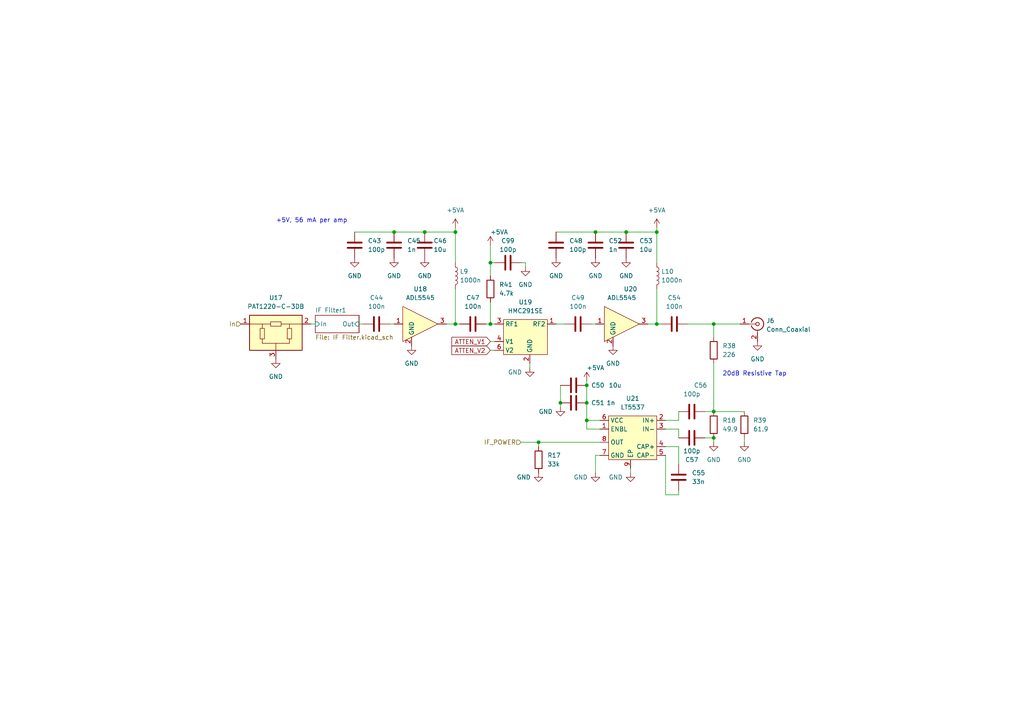
<source format=kicad_sch>
(kicad_sch (version 20211123) (generator eeschema)
  (paper "A4")
  (lib_symbols
    (symbol "Connector:Conn_Coaxial" (pin_names (offset 1.016) hide)
      (property "Reference" "J" (at 0.254 3.048 0))
      (property "Value" "Conn_Coaxial" (at 2.921 0 90))
      (symbol "Conn_Coaxial_0_1"
        (arc (start -1.778 -0.508) (mid 0.222 -1.808) (end 1.778 0) (stroke (width 0.254)))
        (polyline (pts (xy -2.54 0) (xy -0.508 0)))
        (polyline (pts (xy 0 -2.54) (xy 0 -1.778)))
        (circle (center 0 0) (radius 0.508) (stroke (width 0.2032)))
        (arc (start 1.778 0) (mid 0.222 1.8083) (end -1.778 0.508) (stroke (width 0.254)))
      )
      (symbol "Conn_Coaxial_1_1"
        (pin passive line (at -5.08 0 0) (length 2.54) (name "In") (number "1"))
        (pin passive line (at 0 -5.08 90) (length 2.54) (name "Ext") (number "2"))
      )
    )
    (symbol "Device:C" (pin_numbers hide) (pin_names (offset 0.254))
      (property "Reference" "C" (at 0.635 2.54 0))
      (property "Value" "C" (at 0.635 -2.54 0))
      (symbol "C_0_1"
        (polyline (pts (xy -2.032 -0.762) (xy 2.032 -0.762)) (stroke (width 0.508)))
        (polyline (pts (xy -2.032 0.762) (xy 2.032 0.762)) (stroke (width 0.508)))
      )
      (symbol "C_1_1"
        (pin passive line (at 0 3.81 270) (length 2.794) (name "~") (number "1"))
        (pin passive line (at 0 -3.81 90) (length 2.794) (name "~") (number "2"))
      )
    )
    (symbol "Device:L" (pin_numbers hide) (pin_names (offset 1.016) hide)
      (property "Reference" "L" (at -1.27 0 90))
      (property "Value" "L" (at 1.905 0 90))
      (symbol "L_0_1"
        (arc (start 0 -2.54) (mid 0.635 -1.905) (end 0 -1.27))
        (arc (start 0 -1.27) (mid 0.635 -0.635) (end 0 0))
        (arc (start 0 0) (mid 0.635 0.635) (end 0 1.27))
        (arc (start 0 1.27) (mid 0.635 1.905) (end 0 2.54))
      )
      (symbol "L_1_1"
        (pin passive line (at 0 3.81 270) (length 1.27) (name "1") (number "1"))
        (pin passive line (at 0 -3.81 90) (length 1.27) (name "2") (number "2"))
      )
    )
    (symbol "Device:R" (pin_numbers hide) (pin_names (offset 0))
      (property "Reference" "R" (at 2.032 0 90))
      (property "Value" "R" (at 0 0 90))
      (symbol "R_0_1"
        (rectangle (start -1.016 -2.54) (end 1.016 2.54) (stroke (width 0.254)))
      )
      (symbol "R_1_1"
        (pin passive line (at 0 3.81 270) (length 1.27) (name "~") (number "1"))
        (pin passive line (at 0 -3.81 90) (length 1.27) (name "~") (number "2"))
      )
    )
    (symbol "Project Library:ADL5545"
      (property "Reference" "U" (at 0 3.81 0))
      (property "Value" "ADL5545" (at 0 6.35 0))
      (symbol "ADL5545_0_1"
        (polyline (pts (xy -5.08 5.08) (xy -5.08 -5.08) (xy 5.08 0) (xy -5.08 5.08)) (fill (type background)))
      )
      (symbol "ADL5545_1_1"
        (pin input line (at -7.62 0 0) (length 2.54) (name "") (number "1"))
        (pin power_in line (at -2.54 -6.35 90) (length 2.54) (name "GND") (number "2"))
        (pin output line (at 7.62 0 180) (length 2.54) (name "") (number "3"))
      )
    )
    (symbol "Project Library:HMC201SE"
      (property "Reference" "U19" (at 0 10.16 0))
      (property "Value" "HMC291SE" (at 0 7.62 0))
      (symbol "HMC201SE_0_1"
        (rectangle (start -6.35 5.08) (end 6.35 -5.08) (fill (type background)))
      )
      (symbol "HMC201SE_1_1"
        (pin input line (at 8.89 3.81 180) (length 2.54) (name "RF2") (number "1"))
        (pin input line (at 1.27 -7.62 90) (length 2.54) (name "GND") (number "2"))
        (pin input line (at -8.89 3.81 0) (length 2.54) (name "RF1") (number "3"))
        (pin input line (at -8.89 -1.27 0) (length 2.54) (name "V1") (number "4"))
        (pin input line (at -8.89 -3.81 0) (length 2.54) (name "V2") (number "6"))
      )
    )
    (symbol "Project Library:LT5537"
      (property "Reference" "U" (at 0 7.62 0))
      (property "Value" "LT5537" (at 0 10.16 0))
      (symbol "LT5537_0_1"
        (rectangle (start -6.35 6.35) (end 7.62 -6.35) (fill (type background)))
      )
      (symbol "LT5537_1_1"
        (pin input line (at 10.16 2.54 180) (length 2.54) (name "ENBL") (number "1"))
        (pin input line (at -8.89 5.08 0) (length 2.54) (name "IN+") (number "2"))
        (pin input line (at -8.89 2.54 0) (length 2.54) (name "IN-") (number "3"))
        (pin input line (at -8.89 -2.54 0) (length 2.54) (name "CAP+") (number "4"))
        (pin input line (at -8.89 -5.08 0) (length 2.54) (name "CAP-") (number "5"))
        (pin power_in line (at 10.16 5.08 180) (length 2.54) (name "VCC") (number "6"))
        (pin power_in line (at 10.16 -5.08 180) (length 2.54) (name "GND") (number "7"))
        (pin output line (at 10.16 -1.27 180) (length 2.54) (name "OUT") (number "8"))
        (pin power_in line (at 1.27 -8.89 90) (length 2.54) (name "EP") (number "9"))
      )
    )
    (symbol "RF:PAT1220-C-3DB"
      (property "Reference" "U" (at -6.35 6.35 0))
      (property "Value" "PAT1220-C-3DB" (at 5.08 6.35 0))
      (symbol "PAT1220-C-3DB_0_1"
        (rectangle (start -7.62 5.08) (end 7.62 -5.08) (stroke (width 0.254)) (fill (type background)))
        (polyline (pts (xy -3.937 -3.048) (xy 3.937 -3.048)))
        (polyline (pts (xy -3.937 1.27) (xy -3.937 2.54)))
        (polyline (pts (xy -1.524 2.54) (xy -7.62 2.54)))
        (polyline (pts (xy 0 -5.08) (xy 0 -3.048)))
        (polyline (pts (xy 3.937 1.27) (xy 3.937 2.54)))
        (pin passive line (at 0 -7.62 90) (length 2.54) (name "~") (number "3"))
      )
      (symbol "PAT1220-C-3DB_1_1"
        (rectangle (start -4.572 -1.778) (end -3.302 1.27))
        (rectangle (start -1.524 3.175) (end 1.524 1.905))
        (polyline (pts (xy -3.937 -3.048) (xy -3.937 -1.778)))
        (polyline (pts (xy 3.937 -3.048) (xy 3.937 -1.778)))
        (polyline (pts (xy 7.62 2.54) (xy 1.524 2.54)))
        (rectangle (start 3.302 -1.778) (end 4.572 1.27))
        (pin passive line (at -10.16 2.54 0) (length 2.54) (name "~") (number "1"))
        (pin passive line (at 10.16 2.54 180) (length 2.54) (name "~") (number "2"))
      )
    )
    (symbol "power:+5VA" (power) (pin_names (offset 0))
      (property "Value" "+5VA" (at 0 3.556 0))
      (symbol "+5VA_0_1"
        (polyline (pts (xy -0.762 1.27) (xy 0 2.54)))
        (polyline (pts (xy 0 0) (xy 0 2.54)))
        (polyline (pts (xy 0 2.54) (xy 0.762 1.27)))
      )
      (symbol "+5VA_1_1"
        (pin power_in line (at 0 0 90) (length 0) hide (name "+5VA") (number "1"))
      )
    )
    (symbol "power:GND" (power) (pin_names (offset 0))
      (property "Value" "GND" (at 0 -3.81 0))
      (symbol "GND_0_1"
        (polyline (pts (xy 0 0) (xy 0 -1.27) (xy 1.27 -1.27) (xy 0 -2.54) (xy -1.27 -1.27) (xy 0 -1.27)))
      )
      (symbol "GND_1_1"
        (pin power_in line (at 0 0 270) (length 0) hide (name "GND") (number "1"))
      )
    )
  )
  (junction (at 207.01 119.38))
  (junction (at 190.5 93.98))
  (junction (at 172.72 67.31))
  (junction (at 142.24 93.98))
  (junction (at 190.5 67.31))
  (junction (at 114.3 67.31))
  (junction (at 170.18 111.76))
  (junction (at 142.24 76.2))
  (junction (at 132.08 67.31))
  (junction (at 132.08 93.98))
  (junction (at 162.56 116.84))
  (junction (at 170.18 116.84))
  (junction (at 123.19 67.31))
  (junction (at 181.61 67.31))
  (junction (at 207.01 93.98))
  (junction (at 207.01 127))
  (junction (at 170.18 121.92))
  (junction (at 156.21 128.27))
  (wire (pts (xy 190.5 67.31) (xy 181.61 67.31)))
  (wire (pts (xy 151.13 128.27) (xy 156.21 128.27)))
  (wire (pts (xy 196.85 124.46) (xy 193.04 124.46)))
  (wire (pts (xy 129.54 93.98) (xy 132.08 93.98)))
  (wire (pts (xy 152.4 76.2) (xy 152.4 77.47)))
  (wire (pts (xy 181.61 67.31) (xy 172.72 67.31)))
  (wire (pts (xy 193.04 132.08) (xy 193.04 143.51)))
  (wire (pts (xy 170.18 124.46) (xy 170.18 121.92)))
  (wire (pts (xy 162.56 116.84) (xy 162.56 118.11)))
  (wire (pts (xy 190.5 93.98) (xy 191.77 93.98)))
  (wire (pts (xy 215.9 127) (xy 215.9 128.27)))
  (wire (pts (xy 196.85 127) (xy 196.85 124.46)))
  (wire (pts (xy 172.72 67.31) (xy 161.29 67.31)))
  (wire (pts (xy 187.96 93.98) (xy 190.5 93.98)))
  (wire (pts (xy 151.13 76.2) (xy 152.4 76.2)))
  (wire (pts (xy 196.85 121.92) (xy 193.04 121.92)))
  (wire (pts (xy 170.18 116.84) (xy 170.18 111.76)))
  (wire (pts (xy 207.01 93.98) (xy 214.63 93.98)))
  (wire (pts (xy 207.01 105.41) (xy 207.01 119.38)))
  (wire (pts (xy 156.21 128.27) (xy 173.99 128.27)))
  (wire (pts (xy 170.18 111.76) (xy 170.18 110.49)))
  (wire (pts (xy 204.47 127) (xy 207.01 127)))
  (wire (pts (xy 113.03 93.98) (xy 114.3 93.98)))
  (wire (pts (xy 190.5 76.2) (xy 190.5 67.31)))
  (wire (pts (xy 173.99 121.92) (xy 170.18 121.92)))
  (wire (pts (xy 132.08 76.2) (xy 132.08 67.31)))
  (wire (pts (xy 142.24 71.12) (xy 142.24 76.2)))
  (wire (pts (xy 90.17 93.98) (xy 91.44 93.98)))
  (wire (pts (xy 207.01 127) (xy 207.01 128.27)))
  (wire (pts (xy 132.08 93.98) (xy 133.35 93.98)))
  (wire (pts (xy 199.39 93.98) (xy 207.01 93.98)))
  (wire (pts (xy 142.24 99.06) (xy 143.51 99.06)))
  (wire (pts (xy 193.04 129.54) (xy 196.85 129.54)))
  (wire (pts (xy 173.99 124.46) (xy 170.18 124.46)))
  (wire (pts (xy 207.01 93.98) (xy 207.01 97.79)))
  (wire (pts (xy 142.24 87.63) (xy 142.24 93.98)))
  (wire (pts (xy 132.08 83.82) (xy 132.08 93.98)))
  (wire (pts (xy 114.3 67.31) (xy 123.19 67.31)))
  (wire (pts (xy 193.04 143.51) (xy 196.85 143.51)))
  (wire (pts (xy 173.99 132.08) (xy 172.72 132.08)))
  (wire (pts (xy 161.29 93.98) (xy 163.83 93.98)))
  (wire (pts (xy 196.85 143.51) (xy 196.85 142.24)))
  (wire (pts (xy 190.5 83.82) (xy 190.5 93.98)))
  (wire (pts (xy 172.72 93.98) (xy 171.45 93.98)))
  (wire (pts (xy 182.88 135.89) (xy 182.88 137.16)))
  (wire (pts (xy 153.67 105.41) (xy 153.67 106.68)))
  (wire (pts (xy 204.47 119.38) (xy 207.01 119.38)))
  (wire (pts (xy 142.24 76.2) (xy 142.24 80.01)))
  (wire (pts (xy 114.3 67.31) (xy 102.87 67.31)))
  (wire (pts (xy 196.85 129.54) (xy 196.85 134.62)))
  (wire (pts (xy 123.19 67.31) (xy 132.08 67.31)))
  (wire (pts (xy 156.21 128.27) (xy 156.21 129.54)))
  (wire (pts (xy 104.14 93.98) (xy 105.41 93.98)))
  (wire (pts (xy 142.24 76.2) (xy 143.51 76.2)))
  (wire (pts (xy 142.24 101.6) (xy 143.51 101.6)))
  (wire (pts (xy 142.24 93.98) (xy 143.51 93.98)))
  (wire (pts (xy 162.56 111.76) (xy 162.56 116.84)))
  (wire (pts (xy 172.72 132.08) (xy 172.72 137.16)))
  (wire (pts (xy 196.85 119.38) (xy 196.85 121.92)))
  (wire (pts (xy 132.08 66.04) (xy 132.08 67.31)))
  (wire (pts (xy 140.97 93.98) (xy 142.24 93.98)))
  (wire (pts (xy 207.01 119.38) (xy 215.9 119.38)))
  (wire (pts (xy 190.5 66.04) (xy 190.5 67.31)))
  (wire (pts (xy 170.18 121.92) (xy 170.18 116.84)))
  (text "+5V, 56 mA per amp\n" (at 80.01 64.77 0) (effects (font (size 1.27 1.27)) (justify left bottom)))
  (text "20dB Resistive Tap" (at 209.55 109.22 0) (effects (font (size 1.27 1.27)) (justify left bottom)))
  (global_label "ATTEN_V1" (shape input) (at 142.24 99.06 180) (property "Intersheet References" "${INTERSHEET_REFS}" (effects hide)))
  (global_label "ATTEN_V2" (shape input) (at 142.24 101.6 180) (property "Intersheet References" "${INTERSHEET_REFS}" (effects hide)))
  (hierarchical_label "In" (shape input) (at 69.85 93.98 180))
  (hierarchical_label "IF_POWER" (shape input) (at 151.13 128.27 180))
  (symbol (lib_id "Device:L") (at 190.5 80.01 0)
    (property "Reference" "L10" (at 191.77 78.7399 0) (effects (justify left)))
    (property "Value" "1000n" (at 191.77 81.2799 0) (effects (justify left)))
    (property "Footprint" "Inductor_SMD:L_0603_1608Metric" (effects hide))
    (property "PartNumber" "BRL1608T1R0M" (effects hide))
  )
  (symbol (lib_id "Device:R") (at 156.21 133.35 0)
    (property "Reference" "R17" (at 158.75 132.0799 0) (effects (justify left)))
    (property "Value" "33k" (at 158.75 134.6199 0) (effects (justify left)))
    (property "Footprint" "Resistor_SMD:R_0402_1005Metric" (effects hide))
    (property "PartNumber" "RC0402FR-0733KL" (effects hide))
  )
  (symbol (lib_id "Device:C") (at 123.19 71.12 180)
    (property "Reference" "C46" (at 125.73 69.85 0) (effects (justify right)))
    (property "Value" "10u" (at 125.73 72.39 0) (effects (justify right)))
    (property "Footprint" "Capacitor_SMD:C_1206_3216Metric" (effects hide))
    (property "PartNumber" "CL31A106KAHNNNE" (effects hide))
  )
  (symbol (lib_id "Project Library:ADL5545") (at 121.92 93.98 0)
    (property "Reference" "U18" (at 121.92 83.82 0))
    (property "Value" "ADL5545" (at 121.92 86.36 0))
    (property "Footprint" "Library:ADL5545" (effects hide))
    (property "PartNumber" "ADL5545ARKZ-R7" (effects hide))
  )
  (symbol (lib_id "Device:C") (at 147.32 76.2 90)
    (property "Reference" "C99" (at 147.32 69.85 90))
    (property "Value" "100p" (at 147.32 72.39 90))
    (property "Footprint" "Capacitor_SMD:C_0402_1005Metric" (effects hide))
    (property "PartNumber" "CL05C101JB5NNNC" (effects hide))
  )
  (symbol (lib_id "Project Library:LT5537") (at 184.15 127 0) (mirror y)
    (property "Reference" "U21" (at 183.515 115.57 0))
    (property "Value" "LT5537" (at 183.515 118.11 0))
    (property "Footprint" "Package_DFN_QFN:DFN-8-1EP_2x3mm_P0.5mm_EP0.61x2.2mm" (effects hide))
    (property "PartNumber" "LT5537EDDB#TRMPBF" (effects hide))
  )
  (symbol (lib_id "Device:C") (at 137.16 93.98 90)
    (property "Reference" "C47" (at 137.16 86.36 90))
    (property "Value" "100n" (at 137.16 88.9 90))
    (property "Footprint" "Capacitor_SMD:C_0402_1005Metric" (effects hide))
    (property "PartNumber" "CL05A104KA5NNNC" (effects hide))
  )
  (symbol (lib_id "Device:C") (at 200.66 119.38 90)
    (property "Reference" "C56" (at 203.2 111.76 90))
    (property "Value" "100p" (at 200.66 114.3 90))
    (property "Footprint" "Capacitor_SMD:C_0402_1005Metric" (effects hide))
    (property "PartNumber" "CL05C101JB5NNNC" (effects hide))
  )
  (symbol (lib_id "Device:C") (at 109.22 93.98 90)
    (property "Reference" "C44" (at 109.22 86.36 90))
    (property "Value" "100n" (at 109.22 88.9 90))
    (property "Footprint" "Capacitor_SMD:C_0402_1005Metric" (effects hide))
    (property "PartNumber" "CL05A104KA5NNNC" (effects hide))
  )
  (symbol (lib_id "Device:C") (at 102.87 71.12 180)
    (property "Reference" "C43" (at 106.68 69.8499 0) (effects (justify right)))
    (property "Value" "100p" (at 106.68 72.3899 0) (effects (justify right)))
    (property "Footprint" "Capacitor_SMD:C_0603_1608Metric" (effects hide))
    (property "PartNumber" "CL10C101JB8NNNC" (effects hide))
  )
  (symbol (lib_id "power:+5VA") (at 132.08 66.04 0)
    (property "Reference" "#PWR069" (effects hide))
    (property "Value" "+5VA" (at 132.08 60.96 0))
  )
  (symbol (lib_id "power:GND") (at 152.4 77.47 0)
    (property "Reference" "#PWR0127" (effects hide))
    (property "Value" "GND" (at 152.4 82.55 0))
  )
  (symbol (lib_id "power:GND") (at 162.56 118.11 0)
    (property "Reference" "#PWR073" (effects hide))
    (property "Value" "GND" (at 156.21 119.38 0) (effects (justify left)))
  )
  (symbol (lib_id "power:GND") (at 182.88 137.16 0)
    (property "Reference" "#PWR0110" (effects hide))
    (property "Value" "GND" (at 176.53 138.43 0) (effects (justify left)))
  )
  (symbol (lib_id "power:+5VA") (at 170.18 110.49 0)
    (property "Reference" "#PWR074" (effects hide))
    (property "Value" "+5VA" (at 172.72 106.68 0))
  )
  (symbol (lib_id "Device:R") (at 207.01 101.6 0)
    (property "Reference" "R38" (at 209.55 100.3299 0) (effects (justify left)))
    (property "Value" "226" (at 209.55 102.8699 0) (effects (justify left)))
    (property "Footprint" "Resistor_SMD:R_0402_1005Metric" (effects hide))
    (property "PartNumber" "RC0402FR-07226RL" (effects hide))
  )
  (symbol (lib_id "Device:R") (at 215.9 123.19 0)
    (property "Reference" "R39" (at 218.44 121.9199 0) (effects (justify left)))
    (property "Value" "61.9" (at 218.44 124.4599 0) (effects (justify left)))
    (property "Footprint" "Resistor_SMD:R_0402_1005Metric" (effects hide))
    (property "PartNumber" "RC0402FR-0761R9L" (effects hide))
  )
  (symbol (lib_id "power:+5VA") (at 190.5 66.04 0)
    (property "Reference" "#PWR079" (effects hide))
    (property "Value" "+5VA" (at 190.5 60.96 0))
  )
  (symbol (lib_id "Device:C") (at 172.72 71.12 180)
    (property "Reference" "C52" (at 176.53 69.8499 0) (effects (justify right)))
    (property "Value" "1n" (at 176.53 72.3899 0) (effects (justify right)))
    (property "Footprint" "Capacitor_SMD:C_0603_1608Metric" (effects hide))
    (property "PartNumber" "CL10C102JB8NNNC" (effects hide))
  )
  (symbol (lib_id "power:GND") (at 172.72 74.93 0)
    (property "Reference" "#PWR075" (effects hide))
    (property "Value" "GND" (at 172.72 80.01 0))
  )
  (symbol (lib_id "Connector:Conn_Coaxial") (at 219.71 93.98 0)
    (property "Reference" "J6" (at 222.25 93.0031 0) (effects (justify left)))
    (property "Value" "Conn_Coaxial" (at 222.25 95.5431 0) (effects (justify left)))
    (property "Footprint" "Library:SMA_Samtec_SMA-J-P-X-ST-EM1_EdgeMount" (effects hide))
    (property "Datasheet" " ~" (effects hide))
    (property "PartNumber" "SMA-J-P-H-ST-EM1" (effects hide))
  )
  (symbol (lib_id "Device:R") (at 142.24 83.82 0)
    (property "Reference" "R41" (at 144.78 82.5499 0) (effects (justify left)))
    (property "Value" "4.7k" (at 144.78 85.0899 0) (effects (justify left)))
    (property "Footprint" "Resistor_SMD:R_0402_1005Metric" (effects hide))
    (property "PartNumber" "RC0402FR-0712K4L" (effects hide))
  )
  (symbol (lib_id "Device:C") (at 181.61 71.12 180)
    (property "Reference" "C53" (at 185.42 69.8499 0) (effects (justify right)))
    (property "Value" "10u" (at 185.42 72.3899 0) (effects (justify right)))
    (property "Footprint" "Capacitor_SMD:C_1206_3216Metric" (effects hide))
    (property "PartNumber" "CL31A106KAHNNNE" (effects hide))
  )
  (symbol (lib_id "Device:C") (at 166.37 111.76 90)
    (property "Reference" "C50" (at 171.45 111.76 90) (effects (justify right)))
    (property "Value" "10u" (at 176.53 111.76 90) (effects (justify right)))
    (property "Footprint" "Capacitor_SMD:C_1206_3216Metric" (effects hide))
    (property "PartNumber" "CL31A106KAHNNNE" (effects hide))
  )
  (symbol (lib_id "Device:L") (at 132.08 80.01 0)
    (property "Reference" "L9" (at 133.35 78.7399 0) (effects (justify left)))
    (property "Value" "1000n" (at 133.35 81.2799 0) (effects (justify left)))
    (property "Footprint" "Inductor_SMD:L_0603_1608Metric" (effects hide))
    (property "PartNumber" "BRL1608T1R0M" (effects hide))
  )
  (symbol (lib_id "Device:C") (at 200.66 127 90)
    (property "Reference" "C57" (at 200.66 133.35 90))
    (property "Value" "100p" (at 200.66 130.81 90))
    (property "Footprint" "Capacitor_SMD:C_0402_1005Metric" (effects hide))
    (property "PartNumber" "CL05C101JB5NNNC" (effects hide))
  )
  (symbol (lib_id "Project Library:ADL5545") (at 180.34 93.98 0)
    (property "Reference" "U20" (at 182.88 83.82 0))
    (property "Value" "ADL5545" (at 180.34 86.36 0))
    (property "Footprint" "Library:ADL5545" (effects hide))
    (property "PartNumber" "ADL5545ARKZ-R7" (effects hide))
  )
  (symbol (lib_id "power:GND") (at 80.01 104.14 0)
    (property "Reference" "#PWR064" (effects hide))
    (property "Value" "GND" (at 80.01 109.22 0))
  )
  (symbol (lib_id "power:GND") (at 181.61 74.93 0)
    (property "Reference" "#PWR078" (effects hide))
    (property "Value" "GND" (at 181.61 80.01 0))
  )
  (symbol (lib_id "Project Library:HMC201SE") (at 152.4 97.79 0)
    (property "Reference" "U19" (at 152.4 87.63 0))
    (property "Value" "HMC291SE" (at 152.4 90.17 0))
    (property "Footprint" "Package_TO_SOT_SMD:SOT-23-6" (effects hide))
    (property "Datasheet" "https://www.mouser.com/datasheet/2/609/hmc291s-846317.pdf" (effects hide))
    (property "PartNumber" "HMC291SE" (effects hide))
  )
  (symbol (lib_id "power:GND") (at 156.21 137.16 0)
    (property "Reference" "#PWR071" (effects hide))
    (property "Value" "GND" (at 149.86 138.43 0) (effects (justify left)))
  )
  (symbol (lib_id "power:+5VA") (at 142.24 71.12 0)
    (property "Reference" "#PWR0126" (effects hide))
    (property "Value" "+5VA" (at 144.78 67.31 0))
  )
  (symbol (lib_id "power:GND") (at 177.8 100.33 0)
    (property "Reference" "#PWR077" (effects hide))
    (property "Value" "GND" (at 177.8 105.41 0))
  )
  (symbol (lib_id "Device:C") (at 166.37 116.84 90)
    (property "Reference" "C51" (at 171.45 116.84 90) (effects (justify right)))
    (property "Value" "1n" (at 175.895 116.84 90) (effects (justify right)))
    (property "Footprint" "Capacitor_SMD:C_0603_1608Metric" (effects hide))
    (property "PartNumber" "CL10C102JB8NNNC" (effects hide))
  )
  (symbol (lib_id "Device:C") (at 161.29 71.12 180)
    (property "Reference" "C48" (at 165.1 69.8499 0) (effects (justify right)))
    (property "Value" "100p" (at 165.1 72.3899 0) (effects (justify right)))
    (property "Footprint" "Capacitor_SMD:C_0603_1608Metric" (effects hide))
    (property "PartNumber" "CL10C101JB8NNNC" (effects hide))
  )
  (symbol (lib_id "power:GND") (at 215.9 128.27 0)
    (property "Reference" "#PWR096" (effects hide))
    (property "Value" "GND" (at 215.9 133.35 0))
  )
  (symbol (lib_id "Device:C") (at 167.64 93.98 90)
    (property "Reference" "C49" (at 167.64 86.36 90))
    (property "Value" "100n" (at 167.64 88.9 90))
    (property "Footprint" "Capacitor_SMD:C_0402_1005Metric" (effects hide))
    (property "PartNumber" "CL05A104KA5NNNC" (effects hide))
  )
  (symbol (lib_id "power:GND") (at 207.01 128.27 0)
    (property "Reference" "#PWR080" (effects hide))
    (property "Value" "GND" (at 207.01 133.35 0))
  )
  (symbol (lib_id "Device:R") (at 207.01 123.19 180)
    (property "Reference" "R18" (at 209.55 121.9199 0) (effects (justify right)))
    (property "Value" "49.9" (at 209.55 124.4599 0) (effects (justify right)))
    (property "Footprint" "Resistor_SMD:R_0603_1608Metric" (effects hide))
    (property "PartNumber" "RC0603FR-1049R9L" (effects hide))
  )
  (symbol (lib_id "Device:C") (at 196.85 138.43 180)
    (property "Reference" "C55" (at 200.66 137.1599 0) (effects (justify right)))
    (property "Value" "33n" (at 200.66 139.6999 0) (effects (justify right)))
    (property "Footprint" "Capacitor_SMD:C_0603_1608Metric" (effects hide))
    (property "PartNumber" "CL10B333KB8NNNC" (effects hide))
  )
  (symbol (lib_id "power:GND") (at 114.3 74.93 0)
    (property "Reference" "#PWR066" (effects hide))
    (property "Value" "GND" (at 114.3 80.01 0))
  )
  (symbol (lib_id "power:GND") (at 172.72 137.16 0)
    (property "Reference" "#PWR076" (effects hide))
    (property "Value" "GND" (at 166.37 138.43 0) (effects (justify left)))
  )
  (symbol (lib_id "power:GND") (at 119.38 100.33 0)
    (property "Reference" "#PWR067" (effects hide))
    (property "Value" "GND" (at 119.38 105.41 0))
  )
  (symbol (lib_id "power:GND") (at 161.29 74.93 0)
    (property "Reference" "#PWR072" (effects hide))
    (property "Value" "GND" (at 161.29 80.01 0))
  )
  (symbol (lib_id "Device:C") (at 195.58 93.98 90)
    (property "Reference" "C54" (at 195.58 86.36 90))
    (property "Value" "100n" (at 195.58 88.9 90))
    (property "Footprint" "Capacitor_SMD:C_0402_1005Metric" (effects hide))
    (property "PartNumber" "CL05A104KA5NNNC" (effects hide))
  )
  (symbol (lib_id "power:GND") (at 153.67 106.68 0)
    (property "Reference" "#PWR0128" (effects hide))
    (property "Value" "GND" (at 147.32 107.95 0) (effects (justify left)))
  )
  (symbol (lib_id "Device:C") (at 114.3 71.12 180)
    (property "Reference" "C45" (at 118.11 69.8499 0) (effects (justify right)))
    (property "Value" "1n" (at 118.11 72.3899 0) (effects (justify right)))
    (property "Footprint" "Capacitor_SMD:C_0603_1608Metric" (effects hide))
    (property "PartNumber" "CL10C102JB8NNNC" (effects hide))
  )
  (symbol (lib_id "RF:PAT1220-C-3DB") (at 80.01 96.52 0)
    (property "Reference" "U17" (at 80.01 86.36 0))
    (property "Value" "PAT1220-C-3DB" (at 80.01 88.9 0))
    (property "Footprint" "Library:RF_Attenuator_Susumu_PAT1220" (effects hide))
    (property "Datasheet" "https://www.susumu.co.jp/common/pdf/n_catalog_partition16_en.pdf" (effects hide))
    (property "PartNumber" "PAT1220-C-3DB-T5" (effects hide))
  )
  (symbol (lib_id "power:GND") (at 123.19 74.93 0)
    (property "Reference" "#PWR068" (effects hide))
    (property "Value" "GND" (at 123.19 80.01 0))
  )
  (symbol (lib_id "power:GND") (at 102.87 74.93 0)
    (property "Reference" "#PWR065" (effects hide))
    (property "Value" "GND" (at 102.87 80.01 0))
  )
  (symbol (lib_id "power:GND") (at 219.71 99.06 0)
    (property "Reference" "#PWR082" (effects hide))
    (property "Value" "GND" (at 219.71 104.14 0))
  )
  (sheet (at 91.44 91.44) (size 12.7 5.08) (stroke (width 0.1524))
    (property "Sheet name" "IF Filter1" (at 91.44 90.7284 0) (effects (justify left bottom)))
    (property "Sheet file" "IF Filter.kicad_sch" (at 91.44 97.1046 0) (effects (justify left top)))
    (pin "Out" input (at 104.14 93.98 0))
    (pin "In" input (at 91.44 93.98 180))
  )
)
</source>
